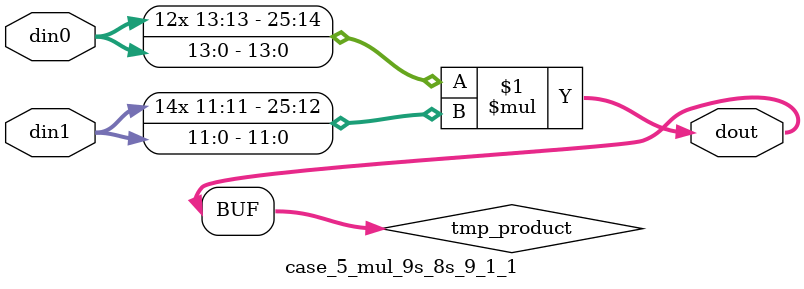
<source format=v>

`timescale 1 ns / 1 ps

 module case_5_mul_9s_8s_9_1_1(din0, din1, dout);
parameter ID = 1;
parameter NUM_STAGE = 0;
parameter din0_WIDTH = 14;
parameter din1_WIDTH = 12;
parameter dout_WIDTH = 26;

input [din0_WIDTH - 1 : 0] din0; 
input [din1_WIDTH - 1 : 0] din1; 
output [dout_WIDTH - 1 : 0] dout;

wire signed [dout_WIDTH - 1 : 0] tmp_product;



























assign tmp_product = $signed(din0) * $signed(din1);








assign dout = tmp_product;





















endmodule

</source>
